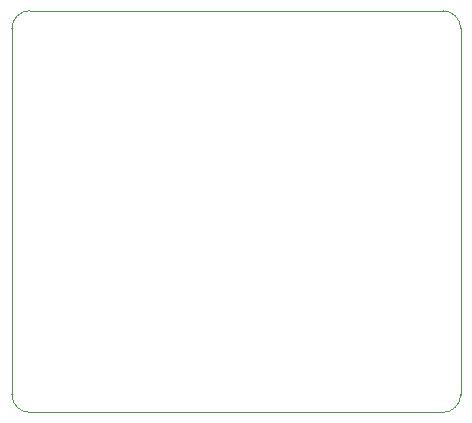
<source format=gbr>
%TF.GenerationSoftware,KiCad,Pcbnew,8.0.3*%
%TF.CreationDate,2024-07-06T18:49:22-04:00*%
%TF.ProjectId,Temperature Box Electronics,54656d70-6572-4617-9475-726520426f78,rev?*%
%TF.SameCoordinates,Original*%
%TF.FileFunction,Profile,NP*%
%FSLAX46Y46*%
G04 Gerber Fmt 4.6, Leading zero omitted, Abs format (unit mm)*
G04 Created by KiCad (PCBNEW 8.0.3) date 2024-07-06 18:49:22*
%MOMM*%
%LPD*%
G01*
G04 APERTURE LIST*
%TA.AperFunction,Profile*%
%ADD10C,0.100000*%
%TD*%
G04 APERTURE END LIST*
D10*
X200000000Y-89500000D02*
X200000000Y-120500000D01*
X162000000Y-120500000D02*
X162000000Y-89500000D01*
X163500000Y-88000000D02*
X198500000Y-88000000D01*
X200000000Y-120500000D02*
G75*
G02*
X198500000Y-122000000I-1500000J0D01*
G01*
X198500000Y-122000000D02*
X163500000Y-122000000D01*
X198500000Y-88000000D02*
G75*
G02*
X200000000Y-89500000I0J-1500000D01*
G01*
X162000000Y-89500000D02*
G75*
G02*
X163500000Y-88000000I1500000J0D01*
G01*
X163500000Y-122000000D02*
G75*
G02*
X162000000Y-120500000I0J1500000D01*
G01*
M02*

</source>
